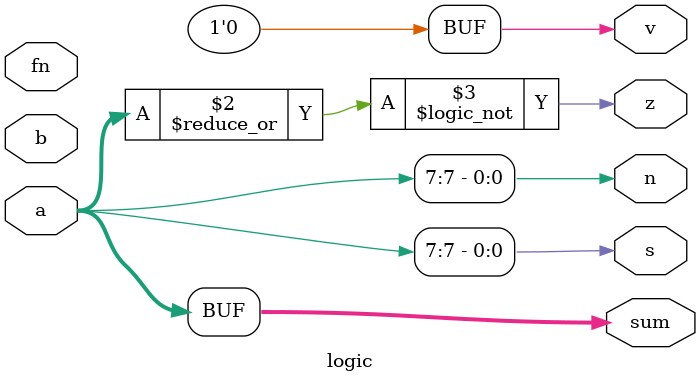
<source format=v>
`timescale 1ns / 1ps
`include "defines.vh"


module logic(
    input       [1:0]   fn,           // selected function 
    input       [7:0]   a,            // argument 1
    input       [7:0]   b,            // argument 2
    output reg  [7:0]   sum,          // output
    output              s, v, n, z    // Sign, oVerflow, Negative and Zero flags
    );

    // Modify this procedure, extending the decoder logic i.e. more case items and statements
    always @(fn, a, b)
        case (fn)
            default: sum = a;
        endcase
    // End modification

    // Flag logic, leave this bit alone
    assign s = sum[7];
    assign v = 1'b0;
    assign n = sum[7];
    assign z = ~| sum;

endmodule

</source>
